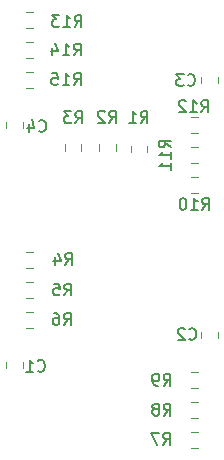
<source format=gbo>
G04 #@! TF.GenerationSoftware,KiCad,Pcbnew,(5.0.2)-1*
G04 #@! TF.CreationDate,2019-07-01T13:56:40-04:00*
G04 #@! TF.ProjectId,RPI-I2C-HUB,5250492d-4932-4432-9d48-55422e6b6963,rev?*
G04 #@! TF.SameCoordinates,Original*
G04 #@! TF.FileFunction,Legend,Bot*
G04 #@! TF.FilePolarity,Positive*
%FSLAX46Y46*%
G04 Gerber Fmt 4.6, Leading zero omitted, Abs format (unit mm)*
G04 Created by KiCad (PCBNEW (5.0.2)-1) date 7/1/2019 1:56:40 PM*
%MOMM*%
%LPD*%
G01*
G04 APERTURE LIST*
%ADD10C,0.120000*%
%ADD11C,0.150000*%
G04 APERTURE END LIST*
D10*
G04 #@! TO.C,C1*
X17220000Y-40378748D02*
X17220000Y-40901252D01*
X15800000Y-40378748D02*
X15800000Y-40901252D01*
G04 #@! TO.C,C2*
X33730000Y-38361252D02*
X33730000Y-37838748D01*
X32310000Y-38361252D02*
X32310000Y-37838748D01*
G04 #@! TO.C,C3*
X32310000Y-16771252D02*
X32310000Y-16248748D01*
X33730000Y-16771252D02*
X33730000Y-16248748D01*
G04 #@! TO.C,C4*
X15800000Y-20058748D02*
X15800000Y-20581252D01*
X17220000Y-20058748D02*
X17220000Y-20581252D01*
G04 #@! TO.C,R1*
X26341000Y-22090748D02*
X26341000Y-22613252D01*
X27761000Y-22090748D02*
X27761000Y-22613252D01*
G04 #@! TO.C,R2*
X25094000Y-21963748D02*
X25094000Y-22486252D01*
X23674000Y-21963748D02*
X23674000Y-22486252D01*
G04 #@! TO.C,R3*
X20753000Y-21963748D02*
X20753000Y-22486252D01*
X22173000Y-21963748D02*
X22173000Y-22486252D01*
G04 #@! TO.C,R4*
X18041252Y-31040000D02*
X17518748Y-31040000D01*
X18041252Y-32460000D02*
X17518748Y-32460000D01*
G04 #@! TO.C,R5*
X18041252Y-35000000D02*
X17518748Y-35000000D01*
X18041252Y-33580000D02*
X17518748Y-33580000D01*
G04 #@! TO.C,R6*
X18041252Y-36120000D02*
X17518748Y-36120000D01*
X18041252Y-37540000D02*
X17518748Y-37540000D01*
G04 #@! TO.C,R7*
X31488748Y-46280000D02*
X32011252Y-46280000D01*
X31488748Y-47700000D02*
X32011252Y-47700000D01*
G04 #@! TO.C,R8*
X31488748Y-45160000D02*
X32011252Y-45160000D01*
X31488748Y-43740000D02*
X32011252Y-43740000D01*
G04 #@! TO.C,R9*
X31488748Y-41200000D02*
X32011252Y-41200000D01*
X31488748Y-42620000D02*
X32011252Y-42620000D01*
G04 #@! TO.C,R10*
X31488748Y-26110000D02*
X32011252Y-26110000D01*
X31488748Y-24690000D02*
X32011252Y-24690000D01*
G04 #@! TO.C,R11*
X31488748Y-23570000D02*
X32011252Y-23570000D01*
X31488748Y-22150000D02*
X32011252Y-22150000D01*
G04 #@! TO.C,R12*
X31488748Y-19610000D02*
X32011252Y-19610000D01*
X31488748Y-21030000D02*
X32011252Y-21030000D01*
G04 #@! TO.C,R13*
X18041252Y-10720000D02*
X17518748Y-10720000D01*
X18041252Y-12140000D02*
X17518748Y-12140000D01*
G04 #@! TO.C,R14*
X18041252Y-14680000D02*
X17518748Y-14680000D01*
X18041252Y-13260000D02*
X17518748Y-13260000D01*
G04 #@! TO.C,R15*
X18041252Y-17220000D02*
X17518748Y-17220000D01*
X18041252Y-15800000D02*
X17518748Y-15800000D01*
G04 #@! TO.C,C1*
D11*
X18480066Y-41111442D02*
X18527685Y-41159061D01*
X18670542Y-41206680D01*
X18765780Y-41206680D01*
X18908638Y-41159061D01*
X19003876Y-41063823D01*
X19051495Y-40968585D01*
X19099114Y-40778109D01*
X19099114Y-40635252D01*
X19051495Y-40444776D01*
X19003876Y-40349538D01*
X18908638Y-40254300D01*
X18765780Y-40206680D01*
X18670542Y-40206680D01*
X18527685Y-40254300D01*
X18480066Y-40301919D01*
X17527685Y-41206680D02*
X18099114Y-41206680D01*
X17813400Y-41206680D02*
X17813400Y-40206680D01*
X17908638Y-40349538D01*
X18003876Y-40444776D01*
X18099114Y-40492395D01*
G04 #@! TO.C,C2*
X31294366Y-38431742D02*
X31341985Y-38479361D01*
X31484842Y-38526980D01*
X31580080Y-38526980D01*
X31722938Y-38479361D01*
X31818176Y-38384123D01*
X31865795Y-38288885D01*
X31913414Y-38098409D01*
X31913414Y-37955552D01*
X31865795Y-37765076D01*
X31818176Y-37669838D01*
X31722938Y-37574600D01*
X31580080Y-37526980D01*
X31484842Y-37526980D01*
X31341985Y-37574600D01*
X31294366Y-37622219D01*
X30913414Y-37622219D02*
X30865795Y-37574600D01*
X30770557Y-37526980D01*
X30532461Y-37526980D01*
X30437223Y-37574600D01*
X30389604Y-37622219D01*
X30341985Y-37717457D01*
X30341985Y-37812695D01*
X30389604Y-37955552D01*
X30961033Y-38526980D01*
X30341985Y-38526980D01*
G04 #@! TO.C,C3*
X31180066Y-16917942D02*
X31227685Y-16965561D01*
X31370542Y-17013180D01*
X31465780Y-17013180D01*
X31608638Y-16965561D01*
X31703876Y-16870323D01*
X31751495Y-16775085D01*
X31799114Y-16584609D01*
X31799114Y-16441752D01*
X31751495Y-16251276D01*
X31703876Y-16156038D01*
X31608638Y-16060800D01*
X31465780Y-16013180D01*
X31370542Y-16013180D01*
X31227685Y-16060800D01*
X31180066Y-16108419D01*
X30846733Y-16013180D02*
X30227685Y-16013180D01*
X30561019Y-16394133D01*
X30418161Y-16394133D01*
X30322923Y-16441752D01*
X30275304Y-16489371D01*
X30227685Y-16584609D01*
X30227685Y-16822704D01*
X30275304Y-16917942D01*
X30322923Y-16965561D01*
X30418161Y-17013180D01*
X30703876Y-17013180D01*
X30799114Y-16965561D01*
X30846733Y-16917942D01*
G04 #@! TO.C,C4*
X18581666Y-20804142D02*
X18629285Y-20851761D01*
X18772142Y-20899380D01*
X18867380Y-20899380D01*
X19010238Y-20851761D01*
X19105476Y-20756523D01*
X19153095Y-20661285D01*
X19200714Y-20470809D01*
X19200714Y-20327952D01*
X19153095Y-20137476D01*
X19105476Y-20042238D01*
X19010238Y-19947000D01*
X18867380Y-19899380D01*
X18772142Y-19899380D01*
X18629285Y-19947000D01*
X18581666Y-19994619D01*
X17724523Y-20232714D02*
X17724523Y-20899380D01*
X17962619Y-19851761D02*
X18200714Y-20566047D01*
X17581666Y-20566047D01*
G04 #@! TO.C,R1*
X27192266Y-20137380D02*
X27525600Y-19661190D01*
X27763695Y-20137380D02*
X27763695Y-19137380D01*
X27382742Y-19137380D01*
X27287504Y-19185000D01*
X27239885Y-19232619D01*
X27192266Y-19327857D01*
X27192266Y-19470714D01*
X27239885Y-19565952D01*
X27287504Y-19613571D01*
X27382742Y-19661190D01*
X27763695Y-19661190D01*
X26239885Y-20137380D02*
X26811314Y-20137380D01*
X26525600Y-20137380D02*
X26525600Y-19137380D01*
X26620838Y-19280238D01*
X26716076Y-19375476D01*
X26811314Y-19423095D01*
G04 #@! TO.C,R2*
X24525266Y-20124680D02*
X24858600Y-19648490D01*
X25096695Y-20124680D02*
X25096695Y-19124680D01*
X24715742Y-19124680D01*
X24620504Y-19172300D01*
X24572885Y-19219919D01*
X24525266Y-19315157D01*
X24525266Y-19458014D01*
X24572885Y-19553252D01*
X24620504Y-19600871D01*
X24715742Y-19648490D01*
X25096695Y-19648490D01*
X24144314Y-19219919D02*
X24096695Y-19172300D01*
X24001457Y-19124680D01*
X23763361Y-19124680D01*
X23668123Y-19172300D01*
X23620504Y-19219919D01*
X23572885Y-19315157D01*
X23572885Y-19410395D01*
X23620504Y-19553252D01*
X24191933Y-20124680D01*
X23572885Y-20124680D01*
G04 #@! TO.C,R3*
X21667766Y-20175480D02*
X22001100Y-19699290D01*
X22239195Y-20175480D02*
X22239195Y-19175480D01*
X21858242Y-19175480D01*
X21763004Y-19223100D01*
X21715385Y-19270719D01*
X21667766Y-19365957D01*
X21667766Y-19508814D01*
X21715385Y-19604052D01*
X21763004Y-19651671D01*
X21858242Y-19699290D01*
X22239195Y-19699290D01*
X21334433Y-19175480D02*
X20715385Y-19175480D01*
X21048719Y-19556433D01*
X20905861Y-19556433D01*
X20810623Y-19604052D01*
X20763004Y-19651671D01*
X20715385Y-19746909D01*
X20715385Y-19985004D01*
X20763004Y-20080242D01*
X20810623Y-20127861D01*
X20905861Y-20175480D01*
X21191576Y-20175480D01*
X21286814Y-20127861D01*
X21334433Y-20080242D01*
G04 #@! TO.C,R4*
X20804166Y-32176980D02*
X21137500Y-31700790D01*
X21375595Y-32176980D02*
X21375595Y-31176980D01*
X20994642Y-31176980D01*
X20899404Y-31224600D01*
X20851785Y-31272219D01*
X20804166Y-31367457D01*
X20804166Y-31510314D01*
X20851785Y-31605552D01*
X20899404Y-31653171D01*
X20994642Y-31700790D01*
X21375595Y-31700790D01*
X19947023Y-31510314D02*
X19947023Y-32176980D01*
X20185119Y-31129361D02*
X20423214Y-31843647D01*
X19804166Y-31843647D01*
G04 #@! TO.C,R5*
X20740666Y-34755080D02*
X21074000Y-34278890D01*
X21312095Y-34755080D02*
X21312095Y-33755080D01*
X20931142Y-33755080D01*
X20835904Y-33802700D01*
X20788285Y-33850319D01*
X20740666Y-33945557D01*
X20740666Y-34088414D01*
X20788285Y-34183652D01*
X20835904Y-34231271D01*
X20931142Y-34278890D01*
X21312095Y-34278890D01*
X19835904Y-33755080D02*
X20312095Y-33755080D01*
X20359714Y-34231271D01*
X20312095Y-34183652D01*
X20216857Y-34136033D01*
X19978761Y-34136033D01*
X19883523Y-34183652D01*
X19835904Y-34231271D01*
X19788285Y-34326509D01*
X19788285Y-34564604D01*
X19835904Y-34659842D01*
X19883523Y-34707461D01*
X19978761Y-34755080D01*
X20216857Y-34755080D01*
X20312095Y-34707461D01*
X20359714Y-34659842D01*
G04 #@! TO.C,R6*
X20689866Y-37244280D02*
X21023200Y-36768090D01*
X21261295Y-37244280D02*
X21261295Y-36244280D01*
X20880342Y-36244280D01*
X20785104Y-36291900D01*
X20737485Y-36339519D01*
X20689866Y-36434757D01*
X20689866Y-36577614D01*
X20737485Y-36672852D01*
X20785104Y-36720471D01*
X20880342Y-36768090D01*
X21261295Y-36768090D01*
X19832723Y-36244280D02*
X20023200Y-36244280D01*
X20118438Y-36291900D01*
X20166057Y-36339519D01*
X20261295Y-36482376D01*
X20308914Y-36672852D01*
X20308914Y-37053804D01*
X20261295Y-37149042D01*
X20213676Y-37196661D01*
X20118438Y-37244280D01*
X19927961Y-37244280D01*
X19832723Y-37196661D01*
X19785104Y-37149042D01*
X19737485Y-37053804D01*
X19737485Y-36815709D01*
X19785104Y-36720471D01*
X19832723Y-36672852D01*
X19927961Y-36625233D01*
X20118438Y-36625233D01*
X20213676Y-36672852D01*
X20261295Y-36720471D01*
X20308914Y-36815709D01*
G04 #@! TO.C,R7*
X29109966Y-47391580D02*
X29443300Y-46915390D01*
X29681395Y-47391580D02*
X29681395Y-46391580D01*
X29300442Y-46391580D01*
X29205204Y-46439200D01*
X29157585Y-46486819D01*
X29109966Y-46582057D01*
X29109966Y-46724914D01*
X29157585Y-46820152D01*
X29205204Y-46867771D01*
X29300442Y-46915390D01*
X29681395Y-46915390D01*
X28776633Y-46391580D02*
X28109966Y-46391580D01*
X28538538Y-47391580D01*
G04 #@! TO.C,R8*
X29148066Y-44927780D02*
X29481400Y-44451590D01*
X29719495Y-44927780D02*
X29719495Y-43927780D01*
X29338542Y-43927780D01*
X29243304Y-43975400D01*
X29195685Y-44023019D01*
X29148066Y-44118257D01*
X29148066Y-44261114D01*
X29195685Y-44356352D01*
X29243304Y-44403971D01*
X29338542Y-44451590D01*
X29719495Y-44451590D01*
X28576638Y-44356352D02*
X28671876Y-44308733D01*
X28719495Y-44261114D01*
X28767114Y-44165876D01*
X28767114Y-44118257D01*
X28719495Y-44023019D01*
X28671876Y-43975400D01*
X28576638Y-43927780D01*
X28386161Y-43927780D01*
X28290923Y-43975400D01*
X28243304Y-44023019D01*
X28195685Y-44118257D01*
X28195685Y-44165876D01*
X28243304Y-44261114D01*
X28290923Y-44308733D01*
X28386161Y-44356352D01*
X28576638Y-44356352D01*
X28671876Y-44403971D01*
X28719495Y-44451590D01*
X28767114Y-44546828D01*
X28767114Y-44737304D01*
X28719495Y-44832542D01*
X28671876Y-44880161D01*
X28576638Y-44927780D01*
X28386161Y-44927780D01*
X28290923Y-44880161D01*
X28243304Y-44832542D01*
X28195685Y-44737304D01*
X28195685Y-44546828D01*
X28243304Y-44451590D01*
X28290923Y-44403971D01*
X28386161Y-44356352D01*
G04 #@! TO.C,R9*
X29148066Y-42400480D02*
X29481400Y-41924290D01*
X29719495Y-42400480D02*
X29719495Y-41400480D01*
X29338542Y-41400480D01*
X29243304Y-41448100D01*
X29195685Y-41495719D01*
X29148066Y-41590957D01*
X29148066Y-41733814D01*
X29195685Y-41829052D01*
X29243304Y-41876671D01*
X29338542Y-41924290D01*
X29719495Y-41924290D01*
X28671876Y-42400480D02*
X28481400Y-42400480D01*
X28386161Y-42352861D01*
X28338542Y-42305242D01*
X28243304Y-42162385D01*
X28195685Y-41971909D01*
X28195685Y-41590957D01*
X28243304Y-41495719D01*
X28290923Y-41448100D01*
X28386161Y-41400480D01*
X28576638Y-41400480D01*
X28671876Y-41448100D01*
X28719495Y-41495719D01*
X28767114Y-41590957D01*
X28767114Y-41829052D01*
X28719495Y-41924290D01*
X28671876Y-41971909D01*
X28576638Y-42019528D01*
X28386161Y-42019528D01*
X28290923Y-41971909D01*
X28243304Y-41924290D01*
X28195685Y-41829052D01*
G04 #@! TO.C,R10*
X32392857Y-27502380D02*
X32726190Y-27026190D01*
X32964285Y-27502380D02*
X32964285Y-26502380D01*
X32583333Y-26502380D01*
X32488095Y-26550000D01*
X32440476Y-26597619D01*
X32392857Y-26692857D01*
X32392857Y-26835714D01*
X32440476Y-26930952D01*
X32488095Y-26978571D01*
X32583333Y-27026190D01*
X32964285Y-27026190D01*
X31440476Y-27502380D02*
X32011904Y-27502380D01*
X31726190Y-27502380D02*
X31726190Y-26502380D01*
X31821428Y-26645238D01*
X31916666Y-26740476D01*
X32011904Y-26788095D01*
X30821428Y-26502380D02*
X30726190Y-26502380D01*
X30630952Y-26550000D01*
X30583333Y-26597619D01*
X30535714Y-26692857D01*
X30488095Y-26883333D01*
X30488095Y-27121428D01*
X30535714Y-27311904D01*
X30583333Y-27407142D01*
X30630952Y-27454761D01*
X30726190Y-27502380D01*
X30821428Y-27502380D01*
X30916666Y-27454761D01*
X30964285Y-27407142D01*
X31011904Y-27311904D01*
X31059523Y-27121428D01*
X31059523Y-26883333D01*
X31011904Y-26692857D01*
X30964285Y-26597619D01*
X30916666Y-26550000D01*
X30821428Y-26502380D01*
G04 #@! TO.C,R11*
X29738580Y-22217142D02*
X29262390Y-21883809D01*
X29738580Y-21645714D02*
X28738580Y-21645714D01*
X28738580Y-22026666D01*
X28786200Y-22121904D01*
X28833819Y-22169523D01*
X28929057Y-22217142D01*
X29071914Y-22217142D01*
X29167152Y-22169523D01*
X29214771Y-22121904D01*
X29262390Y-22026666D01*
X29262390Y-21645714D01*
X29738580Y-23169523D02*
X29738580Y-22598095D01*
X29738580Y-22883809D02*
X28738580Y-22883809D01*
X28881438Y-22788571D01*
X28976676Y-22693333D01*
X29024295Y-22598095D01*
X29738580Y-24121904D02*
X29738580Y-23550476D01*
X29738580Y-23836190D02*
X28738580Y-23836190D01*
X28881438Y-23740952D01*
X28976676Y-23645714D01*
X29024295Y-23550476D01*
G04 #@! TO.C,R12*
X32329357Y-19235680D02*
X32662690Y-18759490D01*
X32900785Y-19235680D02*
X32900785Y-18235680D01*
X32519833Y-18235680D01*
X32424595Y-18283300D01*
X32376976Y-18330919D01*
X32329357Y-18426157D01*
X32329357Y-18569014D01*
X32376976Y-18664252D01*
X32424595Y-18711871D01*
X32519833Y-18759490D01*
X32900785Y-18759490D01*
X31376976Y-19235680D02*
X31948404Y-19235680D01*
X31662690Y-19235680D02*
X31662690Y-18235680D01*
X31757928Y-18378538D01*
X31853166Y-18473776D01*
X31948404Y-18521395D01*
X30996023Y-18330919D02*
X30948404Y-18283300D01*
X30853166Y-18235680D01*
X30615071Y-18235680D01*
X30519833Y-18283300D01*
X30472214Y-18330919D01*
X30424595Y-18426157D01*
X30424595Y-18521395D01*
X30472214Y-18664252D01*
X31043642Y-19235680D01*
X30424595Y-19235680D01*
G04 #@! TO.C,R13*
X21597857Y-12009380D02*
X21931190Y-11533190D01*
X22169285Y-12009380D02*
X22169285Y-11009380D01*
X21788333Y-11009380D01*
X21693095Y-11057000D01*
X21645476Y-11104619D01*
X21597857Y-11199857D01*
X21597857Y-11342714D01*
X21645476Y-11437952D01*
X21693095Y-11485571D01*
X21788333Y-11533190D01*
X22169285Y-11533190D01*
X20645476Y-12009380D02*
X21216904Y-12009380D01*
X20931190Y-12009380D02*
X20931190Y-11009380D01*
X21026428Y-11152238D01*
X21121666Y-11247476D01*
X21216904Y-11295095D01*
X20312142Y-11009380D02*
X19693095Y-11009380D01*
X20026428Y-11390333D01*
X19883571Y-11390333D01*
X19788333Y-11437952D01*
X19740714Y-11485571D01*
X19693095Y-11580809D01*
X19693095Y-11818904D01*
X19740714Y-11914142D01*
X19788333Y-11961761D01*
X19883571Y-12009380D01*
X20169285Y-12009380D01*
X20264523Y-11961761D01*
X20312142Y-11914142D01*
G04 #@! TO.C,R14*
X21534357Y-14435080D02*
X21867690Y-13958890D01*
X22105785Y-14435080D02*
X22105785Y-13435080D01*
X21724833Y-13435080D01*
X21629595Y-13482700D01*
X21581976Y-13530319D01*
X21534357Y-13625557D01*
X21534357Y-13768414D01*
X21581976Y-13863652D01*
X21629595Y-13911271D01*
X21724833Y-13958890D01*
X22105785Y-13958890D01*
X20581976Y-14435080D02*
X21153404Y-14435080D01*
X20867690Y-14435080D02*
X20867690Y-13435080D01*
X20962928Y-13577938D01*
X21058166Y-13673176D01*
X21153404Y-13720795D01*
X19724833Y-13768414D02*
X19724833Y-14435080D01*
X19962928Y-13387461D02*
X20201023Y-14101747D01*
X19581976Y-14101747D01*
G04 #@! TO.C,R15*
X21534357Y-16924280D02*
X21867690Y-16448090D01*
X22105785Y-16924280D02*
X22105785Y-15924280D01*
X21724833Y-15924280D01*
X21629595Y-15971900D01*
X21581976Y-16019519D01*
X21534357Y-16114757D01*
X21534357Y-16257614D01*
X21581976Y-16352852D01*
X21629595Y-16400471D01*
X21724833Y-16448090D01*
X22105785Y-16448090D01*
X20581976Y-16924280D02*
X21153404Y-16924280D01*
X20867690Y-16924280D02*
X20867690Y-15924280D01*
X20962928Y-16067138D01*
X21058166Y-16162376D01*
X21153404Y-16209995D01*
X19677214Y-15924280D02*
X20153404Y-15924280D01*
X20201023Y-16400471D01*
X20153404Y-16352852D01*
X20058166Y-16305233D01*
X19820071Y-16305233D01*
X19724833Y-16352852D01*
X19677214Y-16400471D01*
X19629595Y-16495709D01*
X19629595Y-16733804D01*
X19677214Y-16829042D01*
X19724833Y-16876661D01*
X19820071Y-16924280D01*
X20058166Y-16924280D01*
X20153404Y-16876661D01*
X20201023Y-16829042D01*
G04 #@! TD*
M02*

</source>
